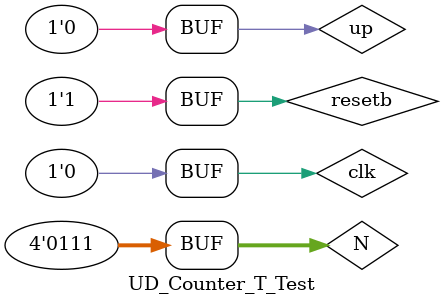
<source format=v>
`timescale 1ns / 1ps


module UD_Counter_T_Test;

	// Inputs
	reg [3:0] N;
	reg clk;
	reg up;
	reg resetb;

	// Outputs
	wire [3:0] count;

	// Instantiate the Unit Under Test (UUT)
	Up_Down_Counter_T uut (
		.N(N), 
		.clk(clk), 
		.up(up), 
		.resetb(resetb), 
		.count(count)
	);

	initial begin
		// Initialize Inputs
		N=0;
		up=0;
		clk=0;
		resetb=1;
		#1;
		N=4;
		#1;
		N=11;
		#1;
		N=9;
		#1;
		N=10;
		#1;
		clk=0;
		#1;
		clk=1;
		#1;
		clk=0;
		#1;
		clk=1;
		#1;
		clk=0;
		#1;
		N=8;
		#1;
		clk=1;

		#1;
		clk=0;
		#1;
		clk=1;
		#1;
		clk=0;
		#1;
		clk=1;
		#1;
		clk=0;
       
		resetb =0;
		
		#1;
		clk=1;
		#1;
		clk=0;
		#1;		
		resetb=1;
		clk=1;
		#1;
		clk=0;
		#1;
		N=7;
		#1;
		clk=1;
		#1;
		clk=0;

        
		// Add stimulus here

	end
        
      
endmodule


</source>
